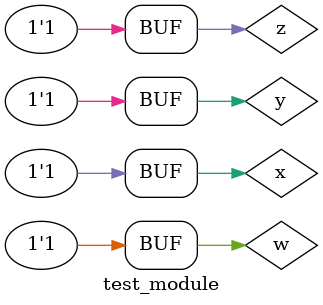
<source format=v>

module fwxyz (output s1, input w, input x, input y, input z);
    assign s1 = (w & x & y & z) | (w & ~x & ~y & ~z) | (~w & x & ~y & ~z) | (~w & ~x & y & z);
endmodule // fwxyz


// ---------------------
// -- test_module
// ---------------------
module test_module;
    reg w, x, y, z;
    wire s1;

    // instancias
    fwxyz FWXYZ1 (s1, w, x, y, z);
    
    // valores iniciais
    initial 
        begin: start
            w=1'bx; // indefinidos
            x=1'bx; // indefinidos
            y=1'bx; // indefinidos
            z=1'bx; // indefinidos
        end

    // parte principal
    initial 
        begin: main
            // identificacao
            $display("Ex08 - Marcos Antonio Lommez - 771157");

            // monitoramento
            $display("\n");
            $display(" wxyz =");
            $monitor(" %b%b%b%b =   %b", w, x, y, z, s1);
            
            
            // sinalizacao
            #1 w=0; x=0; y=0; z=0;
            #1 w=0; x=0; y=0; z=1;
            #1 w=0; x=0; y=1; z=0;
            #1 w=0; x=0; y=1; z=1;
            #1 w=0; x=1; y=0; z=0;
            #1 w=0; x=1; y=0; z=1;
            #1 w=0; x=1; y=1; z=0;
            #1 w=0; x=1; y=1; z=1;
            #1 w=1; x=0; y=0; z=0;
            #1 w=1; x=0; y=0; z=1;
            #1 w=1; x=0; y=1; z=0;
            #1 w=1; x=0; y=1; z=1;
            #1 w=1; x=1; y=0; z=0;
            #1 w=1; x=1; y=0; z=1;
            #1 w=1; x=1; y=1; z=0;
            #1 w=1; x=1; y=1; z=1;
        end
endmodule // test_module
</source>
